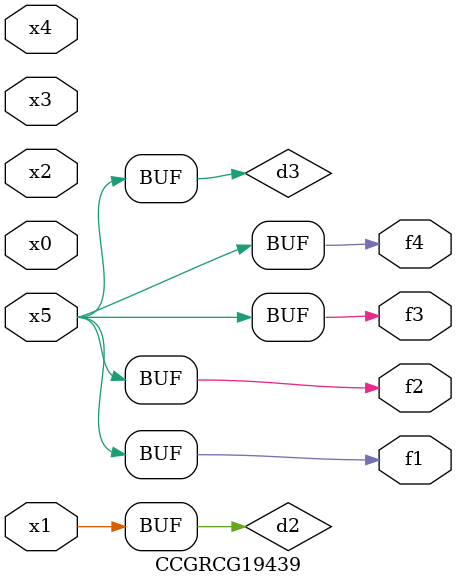
<source format=v>
module CCGRCG19439(
	input x0, x1, x2, x3, x4, x5,
	output f1, f2, f3, f4
);

	wire d1, d2, d3;

	not (d1, x5);
	or (d2, x1);
	xnor (d3, d1);
	assign f1 = d3;
	assign f2 = d3;
	assign f3 = d3;
	assign f4 = d3;
endmodule

</source>
